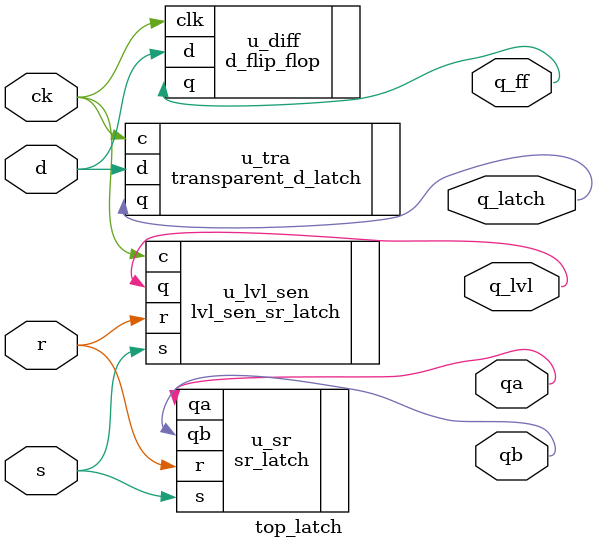
<source format=sv>
`timescale 1ns / 1ps
module top_latch (output logic qa, output logic qb, output logic q_lvl,
	output logic q_latch, output logic q_ff,
	input logic s, input logic r, input logic d, input logic ck);

	// add init code here
	sr_latch u_sr(.s,.r,.qa,.qb);
	lvl_sen_sr_latch u_lvl_sen(.r,.c(ck),.s,.q(q_lvl));
	transparent_d_latch u_tra(.d,.c(ck),.q(q_latch));
	d_flip_flop u_diff(.clk(ck),.d,.q(q_ff));
endmodule

</source>
